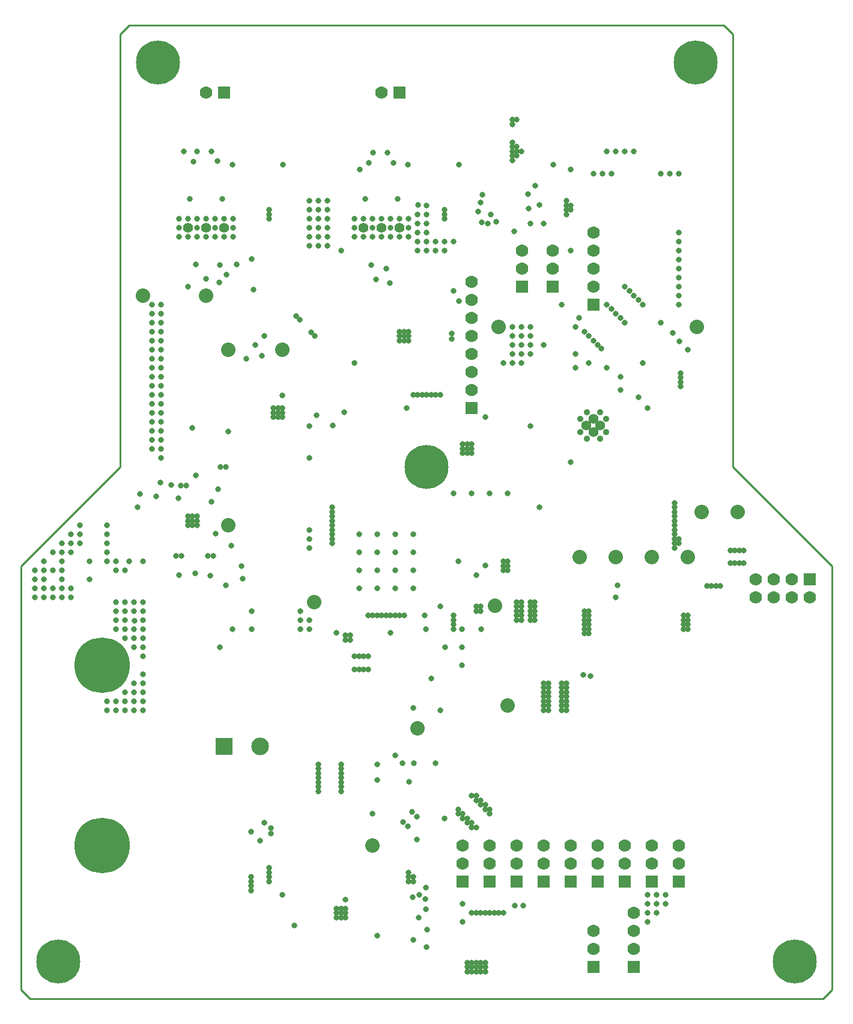
<source format=gbs>
G04*
G04 #@! TF.GenerationSoftware,Altium Limited,Altium Designer,20.0.7 (75)*
G04*
G04 Layer_Color=16711935*
%FSLAX25Y25*%
%MOIN*%
G70*
G01*
G75*
%ADD10C,0.01000*%
%ADD16C,0.00500*%
%ADD77C,0.07000*%
%ADD78R,0.07000X0.07000*%
%ADD79C,0.08000*%
%ADD80R,0.07000X0.07000*%
%ADD81C,0.09800*%
%ADD82R,0.09800X0.09800*%
%ADD83C,0.30800*%
%ADD84C,0.24422*%
%ADD85C,0.03162*%
%ADD86C,0.05524*%
%ADD87C,0.03556*%
D10*
X625000Y245000D02*
X625000Y10000D01*
X620000Y5000D02*
X625000Y10000D01*
X570000Y300000D02*
X625000Y245000D01*
X180000Y5000D02*
X620000D01*
X175000Y10000D02*
X180000Y5000D01*
X175000Y10000D02*
Y15000D01*
X175000D02*
X175000D01*
X175000D02*
Y245000D01*
X230000Y300000D01*
Y540000D02*
X235000Y545000D01*
X230000Y300000D02*
Y540000D01*
X570000Y300000D02*
Y540000D01*
X565000Y545000D02*
X570000Y540000D01*
X235000Y545000D02*
X565000D01*
D16*
X237252Y4791D02*
X277252D01*
D77*
X492500Y430000D02*
D03*
Y420000D02*
D03*
Y410000D02*
D03*
Y400000D02*
D03*
X277500Y507500D02*
D03*
X582500Y237500D02*
D03*
Y227500D02*
D03*
X612500D02*
D03*
X602500D02*
D03*
Y237500D02*
D03*
X592500D02*
D03*
Y227500D02*
D03*
X492500Y42500D02*
D03*
Y32500D02*
D03*
X515000D02*
D03*
Y42500D02*
D03*
Y52500D02*
D03*
X470000Y420000D02*
D03*
Y410000D02*
D03*
X540000Y90000D02*
D03*
Y80000D02*
D03*
X453000Y420000D02*
D03*
Y410000D02*
D03*
X510000Y90000D02*
D03*
Y80000D02*
D03*
X525000Y90000D02*
D03*
Y80000D02*
D03*
X480000Y90000D02*
D03*
Y80000D02*
D03*
X495000Y90000D02*
D03*
Y80000D02*
D03*
X450000Y90000D02*
D03*
Y80000D02*
D03*
X465000Y90000D02*
D03*
Y80000D02*
D03*
X425000Y342500D02*
D03*
Y352500D02*
D03*
Y362500D02*
D03*
Y372500D02*
D03*
Y382500D02*
D03*
Y392500D02*
D03*
Y402500D02*
D03*
X420000Y90000D02*
D03*
Y80000D02*
D03*
X435000Y90000D02*
D03*
Y80000D02*
D03*
X375000Y507500D02*
D03*
D78*
X492500Y390000D02*
D03*
Y22500D02*
D03*
X515000D02*
D03*
X470000Y400000D02*
D03*
X540000Y70000D02*
D03*
X453000Y400000D02*
D03*
X510000Y70000D02*
D03*
X525000D02*
D03*
X480000D02*
D03*
X495000D02*
D03*
X450000D02*
D03*
X465000D02*
D03*
X425000Y332500D02*
D03*
X420000Y70000D02*
D03*
X435000D02*
D03*
D79*
X320000Y365000D02*
D03*
X370000Y90000D02*
D03*
X290000Y365000D02*
D03*
X550000Y377500D02*
D03*
X440000D02*
D03*
X242500Y395000D02*
D03*
X290000Y267500D02*
D03*
X445000Y167500D02*
D03*
X438000Y223000D02*
D03*
X277500Y395000D02*
D03*
X395000Y155000D02*
D03*
X337500Y225000D02*
D03*
X572500Y275000D02*
D03*
X552500D02*
D03*
X505000Y250000D02*
D03*
X485000D02*
D03*
X545000D02*
D03*
X525000D02*
D03*
D80*
X287500Y507500D02*
D03*
X612500Y237500D02*
D03*
X385000Y507500D02*
D03*
D81*
X307500Y145000D02*
D03*
D82*
X287500D02*
D03*
D83*
X220000Y190000D02*
D03*
Y90000D02*
D03*
D84*
X250775Y524350D02*
D03*
X549225D02*
D03*
X400000Y300000D02*
D03*
X195700Y25700D02*
D03*
X604300D02*
D03*
D85*
X563000Y234000D02*
D03*
X560500D02*
D03*
X558000D02*
D03*
X555500D02*
D03*
X384000Y448800D02*
D03*
X366000D02*
D03*
X457500Y322500D02*
D03*
X484531Y382615D02*
D03*
X482500Y377500D02*
D03*
X465000Y367500D02*
D03*
X490000Y357500D02*
D03*
X500000Y354957D02*
D03*
X482500Y355000D02*
D03*
X491000Y184000D02*
D03*
X487000Y184500D02*
D03*
X282896Y262810D02*
D03*
X250000Y283500D02*
D03*
X576000Y253500D02*
D03*
X573500D02*
D03*
X571000D02*
D03*
X568500D02*
D03*
X576000Y246500D02*
D03*
X573500D02*
D03*
X571000D02*
D03*
X568500D02*
D03*
X537500Y255000D02*
D03*
X540000Y260000D02*
D03*
X537500Y257500D02*
D03*
X540000D02*
D03*
X537500Y260000D02*
D03*
Y262500D02*
D03*
Y265000D02*
D03*
Y267500D02*
D03*
Y280000D02*
D03*
Y277500D02*
D03*
Y272500D02*
D03*
X490000Y207500D02*
D03*
X487500D02*
D03*
X542500Y210000D02*
D03*
Y212500D02*
D03*
Y215000D02*
D03*
Y217500D02*
D03*
X545000Y210000D02*
D03*
Y212500D02*
D03*
Y217500D02*
D03*
Y215000D02*
D03*
X537500Y275000D02*
D03*
Y270000D02*
D03*
X541000Y344500D02*
D03*
Y347000D02*
D03*
Y349500D02*
D03*
X313500Y96500D02*
D03*
Y99500D02*
D03*
X355000Y50000D02*
D03*
X352500D02*
D03*
X350000D02*
D03*
X315000Y327500D02*
D03*
Y330000D02*
D03*
Y332500D02*
D03*
X447500Y372500D02*
D03*
Y377500D02*
D03*
X452500D02*
D03*
X442500Y357500D02*
D03*
X303800Y398400D02*
D03*
X410000Y440000D02*
D03*
Y437500D02*
D03*
Y442500D02*
D03*
X312500Y440000D02*
D03*
Y437500D02*
D03*
Y442500D02*
D03*
X283730Y469565D02*
D03*
X329500Y381500D02*
D03*
X338000Y372500D02*
D03*
X327500Y383500D02*
D03*
X336000Y374500D02*
D03*
X431000Y451000D02*
D03*
X430000Y446500D02*
D03*
X428500Y441500D02*
D03*
X430500Y435500D02*
D03*
X435500Y440000D02*
D03*
X434000Y435000D02*
D03*
X438500Y436000D02*
D03*
X381500Y468500D02*
D03*
X492500Y462500D02*
D03*
X497500D02*
D03*
X502500D02*
D03*
X530000D02*
D03*
X535000D02*
D03*
X540000D02*
D03*
X367800Y468500D02*
D03*
X419685Y210000D02*
D03*
Y200000D02*
D03*
X410315D02*
D03*
X399685Y210000D02*
D03*
X405000Y135500D02*
D03*
X386500D02*
D03*
X393000D02*
D03*
X392000Y108500D02*
D03*
X202500Y232500D02*
D03*
Y227500D02*
D03*
X197500D02*
D03*
X192500D02*
D03*
X187500D02*
D03*
X182500D02*
D03*
Y232500D02*
D03*
X187500D02*
D03*
X192500D02*
D03*
X197500D02*
D03*
X212815Y237500D02*
D03*
Y247500D02*
D03*
X477500Y447500D02*
D03*
Y440000D02*
D03*
X480000Y444961D02*
D03*
X477500Y445000D02*
D03*
X480000Y442500D02*
D03*
X477500D02*
D03*
X447500Y470000D02*
D03*
X450000Y472500D02*
D03*
X447500D02*
D03*
Y480000D02*
D03*
Y477500D02*
D03*
X450000D02*
D03*
X452500Y475000D02*
D03*
X447500D02*
D03*
Y490000D02*
D03*
Y492500D02*
D03*
X450000D02*
D03*
X335000Y265000D02*
D03*
Y260000D02*
D03*
Y255000D02*
D03*
X395900Y62700D02*
D03*
X390000Y75000D02*
D03*
X392500Y72500D02*
D03*
X390000D02*
D03*
Y70000D02*
D03*
X302500Y72500D02*
D03*
Y70000D02*
D03*
Y67500D02*
D03*
X312500Y77500D02*
D03*
Y70000D02*
D03*
Y75000D02*
D03*
X350000Y52500D02*
D03*
X352500D02*
D03*
X355000D02*
D03*
Y55000D02*
D03*
X352500D02*
D03*
X540000Y390000D02*
D03*
Y395000D02*
D03*
Y400000D02*
D03*
Y405000D02*
D03*
Y410000D02*
D03*
Y415000D02*
D03*
Y420000D02*
D03*
Y425000D02*
D03*
Y430000D02*
D03*
X442500Y242500D02*
D03*
Y245000D02*
D03*
Y247500D02*
D03*
X445000D02*
D03*
Y242500D02*
D03*
X317500Y327500D02*
D03*
Y330000D02*
D03*
Y332500D02*
D03*
X320000D02*
D03*
Y330000D02*
D03*
Y327500D02*
D03*
X357500Y204000D02*
D03*
X355000D02*
D03*
X357500Y206500D02*
D03*
X355000D02*
D03*
X367500Y195000D02*
D03*
X365000D02*
D03*
X362500D02*
D03*
X360000D02*
D03*
X367500Y187500D02*
D03*
X365000D02*
D03*
X362500D02*
D03*
X360000D02*
D03*
X415000Y210000D02*
D03*
Y212500D02*
D03*
Y215000D02*
D03*
Y217500D02*
D03*
X430000Y222500D02*
D03*
Y220000D02*
D03*
X427500D02*
D03*
X390000Y372500D02*
D03*
X387500Y370000D02*
D03*
X385000Y372500D02*
D03*
X387500Y375000D02*
D03*
Y372500D02*
D03*
X385000Y375000D02*
D03*
Y370000D02*
D03*
X390000D02*
D03*
Y375000D02*
D03*
X385000Y217500D02*
D03*
X387500D02*
D03*
X382500D02*
D03*
X380000D02*
D03*
X377500D02*
D03*
X375000D02*
D03*
X372500D02*
D03*
X370000D02*
D03*
X367500D02*
D03*
X414000Y374000D02*
D03*
Y371000D02*
D03*
X432500Y327500D02*
D03*
X387000Y103000D02*
D03*
X394500Y106000D02*
D03*
X389500Y100500D02*
D03*
X288500Y300000D02*
D03*
X285500D02*
D03*
X449000Y56500D02*
D03*
X266500Y289500D02*
D03*
X263500D02*
D03*
X281500Y250500D02*
D03*
X278500D02*
D03*
X261000D02*
D03*
X264000D02*
D03*
X320000Y339685D02*
D03*
X390315Y125374D02*
D03*
X448500Y430500D02*
D03*
X402500Y182500D02*
D03*
X419685Y190000D02*
D03*
X430315Y210000D02*
D03*
X388750Y332500D02*
D03*
X335000Y305000D02*
D03*
X265315Y475000D02*
D03*
X292185Y467500D02*
D03*
X320315D02*
D03*
X362815Y465000D02*
D03*
X389685Y467500D02*
D03*
X417815D02*
D03*
X470315D02*
D03*
X445000Y285315D02*
D03*
X435000D02*
D03*
X425000D02*
D03*
X415000D02*
D03*
X270055Y321664D02*
D03*
X290000Y319685D02*
D03*
X285315Y200000D02*
D03*
X262500Y240000D02*
D03*
X280000Y239500D02*
D03*
X288595Y234399D02*
D03*
X271578Y240922D02*
D03*
X380000Y207874D02*
D03*
X292185Y210000D02*
D03*
X302815D02*
D03*
Y220000D02*
D03*
X350000Y207874D02*
D03*
X460000Y215000D02*
D03*
Y217500D02*
D03*
Y220000D02*
D03*
Y222500D02*
D03*
Y225000D02*
D03*
X450000Y215000D02*
D03*
Y217500D02*
D03*
Y220000D02*
D03*
Y222500D02*
D03*
Y225000D02*
D03*
X465000Y165000D02*
D03*
Y167500D02*
D03*
Y170000D02*
D03*
Y172500D02*
D03*
Y175000D02*
D03*
Y177500D02*
D03*
Y180000D02*
D03*
X475000Y165000D02*
D03*
Y167500D02*
D03*
Y170000D02*
D03*
Y172500D02*
D03*
Y175000D02*
D03*
Y177500D02*
D03*
Y180000D02*
D03*
X422500Y20000D02*
D03*
X425000D02*
D03*
X427500D02*
D03*
X430000D02*
D03*
X432500D02*
D03*
X197500Y237500D02*
D03*
Y242500D02*
D03*
Y247500D02*
D03*
X202500Y252500D02*
D03*
X425000Y310000D02*
D03*
X422500D02*
D03*
X420000D02*
D03*
X422500Y312500D02*
D03*
Y307500D02*
D03*
X395110Y445153D02*
D03*
X395000Y440000D02*
D03*
Y420000D02*
D03*
X405000Y340000D02*
D03*
X400000D02*
D03*
X395000D02*
D03*
X347500Y277500D02*
D03*
Y272500D02*
D03*
Y275000D02*
D03*
Y270000D02*
D03*
Y265000D02*
D03*
Y260000D02*
D03*
X352500Y135000D02*
D03*
Y132500D02*
D03*
Y130000D02*
D03*
Y127500D02*
D03*
Y125000D02*
D03*
Y120000D02*
D03*
Y122500D02*
D03*
X340000Y120000D02*
D03*
Y122500D02*
D03*
Y125000D02*
D03*
Y127500D02*
D03*
Y130000D02*
D03*
Y132500D02*
D03*
Y135000D02*
D03*
X427500Y52500D02*
D03*
X432500D02*
D03*
X437500D02*
D03*
X442500D02*
D03*
X425000Y25000D02*
D03*
Y22500D02*
D03*
X430000D02*
D03*
Y25000D02*
D03*
X432500Y22500D02*
D03*
X427500D02*
D03*
X422500D02*
D03*
X435000Y110000D02*
D03*
X432500Y112500D02*
D03*
X430000Y115000D02*
D03*
X427500Y117500D02*
D03*
X435000Y107500D02*
D03*
X425000Y117500D02*
D03*
X430000Y112500D02*
D03*
X425000Y100000D02*
D03*
X422500Y102500D02*
D03*
X420000Y105000D02*
D03*
X417500Y107500D02*
D03*
X420000D02*
D03*
X425000Y102500D02*
D03*
X487500Y217500D02*
D03*
Y212500D02*
D03*
X490000D02*
D03*
Y217500D02*
D03*
X452500Y222500D02*
D03*
Y217500D02*
D03*
X457500D02*
D03*
Y222500D02*
D03*
X477500Y167500D02*
D03*
Y172500D02*
D03*
Y177500D02*
D03*
X467500D02*
D03*
Y172500D02*
D03*
Y167500D02*
D03*
X490000Y372500D02*
D03*
X495000Y367500D02*
D03*
X517500Y392500D02*
D03*
X512500Y397500D02*
D03*
X502500Y387500D02*
D03*
X507500Y382500D02*
D03*
X450000Y475000D02*
D03*
X394476Y93438D02*
D03*
X312500Y72500D02*
D03*
X302500Y65000D02*
D03*
X232500Y242500D02*
D03*
X258074Y289820D02*
D03*
X272018Y295175D02*
D03*
X252074Y291292D02*
D03*
X262181Y282610D02*
D03*
X242500Y225000D02*
D03*
X237500D02*
D03*
X232500D02*
D03*
X270500Y469465D02*
D03*
X334922Y209994D02*
D03*
X352500Y420000D02*
D03*
X292500Y427500D02*
D03*
X271831Y412140D02*
D03*
X303031Y415167D02*
D03*
X267500Y400000D02*
D03*
X310000Y372500D02*
D03*
X282500Y432500D02*
D03*
X292500D02*
D03*
X272500D02*
D03*
X262500D02*
D03*
Y437500D02*
D03*
X267500D02*
D03*
X272500D02*
D03*
X277500D02*
D03*
X282500D02*
D03*
X287500D02*
D03*
X292500D02*
D03*
X287500Y427500D02*
D03*
X282500D02*
D03*
X277500D02*
D03*
X272500D02*
D03*
X267500D02*
D03*
X262500D02*
D03*
X380000Y437500D02*
D03*
X375000D02*
D03*
X370000D02*
D03*
X365000D02*
D03*
X360000D02*
D03*
Y432500D02*
D03*
X370000D02*
D03*
X360000Y427500D02*
D03*
X365000D02*
D03*
X370000D02*
D03*
X247500Y330000D02*
D03*
X297828Y237828D02*
D03*
X272500Y270000D02*
D03*
X270000Y267500D02*
D03*
X267500Y272500D02*
D03*
Y267500D02*
D03*
X270000Y272500D02*
D03*
X272500D02*
D03*
X270000Y270000D02*
D03*
X267500D02*
D03*
X320000Y62500D02*
D03*
X241012Y284953D02*
D03*
X235000Y247500D02*
D03*
X291490Y256417D02*
D03*
X297375Y244875D02*
D03*
X284168Y287675D02*
D03*
X280500Y280500D02*
D03*
X326688Y45771D02*
D03*
X302500Y97500D02*
D03*
X310000Y102500D02*
D03*
X307500Y92500D02*
D03*
X420000Y57500D02*
D03*
X410000Y105000D02*
D03*
X370000Y107500D02*
D03*
X372500Y40000D02*
D03*
X392500Y70000D02*
D03*
X392140Y61377D02*
D03*
X395581Y50090D02*
D03*
X399410Y66508D02*
D03*
X399089Y60468D02*
D03*
X453422Y56578D02*
D03*
X350000Y55000D02*
D03*
X252500Y330000D02*
D03*
X247500Y325000D02*
D03*
X252500D02*
D03*
X247500Y320000D02*
D03*
X252500D02*
D03*
X247500Y315000D02*
D03*
X252500D02*
D03*
X247500Y335000D02*
D03*
X252500D02*
D03*
X247500Y340000D02*
D03*
X252500D02*
D03*
X247500Y310000D02*
D03*
X252500D02*
D03*
Y305000D02*
D03*
X227500Y225000D02*
D03*
Y220000D02*
D03*
X232500D02*
D03*
X237500D02*
D03*
X222500Y257500D02*
D03*
Y267500D02*
D03*
Y262500D02*
D03*
X207500Y267500D02*
D03*
Y262500D02*
D03*
X202500D02*
D03*
X207500Y257500D02*
D03*
X202500D02*
D03*
X197500D02*
D03*
X192500Y252500D02*
D03*
X197500D02*
D03*
X227500Y215000D02*
D03*
X232500D02*
D03*
X237749Y214730D02*
D03*
X227500Y210000D02*
D03*
X232500D02*
D03*
X237500D02*
D03*
X232500Y205000D02*
D03*
X237500D02*
D03*
Y200000D02*
D03*
X242500Y220000D02*
D03*
Y215000D02*
D03*
Y210000D02*
D03*
Y205000D02*
D03*
Y200000D02*
D03*
Y195000D02*
D03*
X247500Y345000D02*
D03*
X252500D02*
D03*
Y350000D02*
D03*
X247500D02*
D03*
Y355000D02*
D03*
X252500D02*
D03*
Y360000D02*
D03*
X247500D02*
D03*
Y365000D02*
D03*
X252500D02*
D03*
Y370000D02*
D03*
X247500D02*
D03*
Y375000D02*
D03*
X252500D02*
D03*
Y380000D02*
D03*
X247500D02*
D03*
Y385000D02*
D03*
X252500D02*
D03*
Y390000D02*
D03*
X247500D02*
D03*
X222500Y252500D02*
D03*
Y247500D02*
D03*
X227500D02*
D03*
X242500Y185000D02*
D03*
X237500Y180000D02*
D03*
X242500D02*
D03*
Y175000D02*
D03*
X237500D02*
D03*
X232500D02*
D03*
X227500Y170000D02*
D03*
X232500D02*
D03*
X237500D02*
D03*
X242500D02*
D03*
Y165000D02*
D03*
X237500D02*
D03*
X232500D02*
D03*
X227500D02*
D03*
X222500Y170000D02*
D03*
Y165000D02*
D03*
X227500Y242500D02*
D03*
X239685Y277500D02*
D03*
X422500Y25000D02*
D03*
X427500D02*
D03*
X432500D02*
D03*
Y110000D02*
D03*
X427500Y115000D02*
D03*
X400180Y43375D02*
D03*
X392500Y37500D02*
D03*
X399659Y54495D02*
D03*
X420000Y47500D02*
D03*
X527500Y57500D02*
D03*
X532500D02*
D03*
X527500Y52500D02*
D03*
X522500D02*
D03*
Y57500D02*
D03*
Y47500D02*
D03*
X272500Y267500D02*
D03*
X362500Y262500D02*
D03*
X372500D02*
D03*
X382500D02*
D03*
X392500D02*
D03*
X362500Y252500D02*
D03*
X372500D02*
D03*
X382500D02*
D03*
X392500D02*
D03*
X362500Y242500D02*
D03*
X382500D02*
D03*
X392500D02*
D03*
X372500Y232500D02*
D03*
X490000Y220000D02*
D03*
X457500D02*
D03*
Y225000D02*
D03*
X452500Y220000D02*
D03*
Y215000D02*
D03*
X427500Y240000D02*
D03*
X432500Y245315D02*
D03*
X417500Y247500D02*
D03*
X507500Y342500D02*
D03*
X372500Y135000D02*
D03*
Y126470D02*
D03*
X487500Y215000D02*
D03*
Y220000D02*
D03*
Y210000D02*
D03*
X522500Y332500D02*
D03*
X517500Y338500D02*
D03*
X507500Y350000D02*
D03*
X487500Y375000D02*
D03*
X492500Y370000D02*
D03*
X500000Y390000D02*
D03*
X382500Y140000D02*
D03*
X392500Y166400D02*
D03*
X457500Y215000D02*
D03*
X355000Y60000D02*
D03*
X425000Y52500D02*
D03*
X430000D02*
D03*
X435000D02*
D03*
X440000D02*
D03*
X417500Y110000D02*
D03*
X422500Y105000D02*
D03*
X427500Y100000D02*
D03*
X400000Y33600D02*
D03*
X187500Y247500D02*
D03*
X182500Y242500D02*
D03*
X187500D02*
D03*
X192500D02*
D03*
X187500Y237500D02*
D03*
X182500D02*
D03*
X467500Y180000D02*
D03*
Y175000D02*
D03*
Y170000D02*
D03*
Y165000D02*
D03*
X407500D02*
D03*
X462500Y277500D02*
D03*
X362500Y232500D02*
D03*
X372500Y242500D02*
D03*
X382500Y232500D02*
D03*
X477500Y175000D02*
D03*
Y170000D02*
D03*
Y180000D02*
D03*
Y165000D02*
D03*
X452500Y225000D02*
D03*
X490000Y210000D02*
D03*
Y215000D02*
D03*
X505735Y234443D02*
D03*
X505000Y227500D02*
D03*
X392500Y232500D02*
D03*
X427500Y222500D02*
D03*
X452500Y362500D02*
D03*
Y357500D02*
D03*
Y367500D02*
D03*
X457500Y362500D02*
D03*
X447500Y357500D02*
D03*
Y362500D02*
D03*
Y367500D02*
D03*
X505000Y385000D02*
D03*
X510000Y380000D02*
D03*
X515000Y395000D02*
D03*
X480000Y465000D02*
D03*
X475000Y390000D02*
D03*
X480000Y420000D02*
D03*
X335000Y322500D02*
D03*
X242500Y247500D02*
D03*
X390000Y427500D02*
D03*
X385000D02*
D03*
X390000Y432500D02*
D03*
X380000Y427500D02*
D03*
X390000Y437500D02*
D03*
X385000D02*
D03*
X380000Y432500D02*
D03*
X375000Y427500D02*
D03*
X277705Y404191D02*
D03*
X369385Y412131D02*
D03*
X371920Y403811D02*
D03*
X377500Y410000D02*
D03*
X510000Y400000D02*
D03*
X445000Y245000D02*
D03*
X510000Y475000D02*
D03*
X505000D02*
D03*
X500000D02*
D03*
X522500Y62500D02*
D03*
X527500D02*
D03*
X532500D02*
D03*
X457500Y367500D02*
D03*
X452500Y372500D02*
D03*
X457500D02*
D03*
Y377500D02*
D03*
X482500Y362500D02*
D03*
X541000Y352000D02*
D03*
X520000Y357500D02*
D03*
Y390000D02*
D03*
X515000Y475000D02*
D03*
X480000Y302500D02*
D03*
X407500Y222500D02*
D03*
X398750Y217500D02*
D03*
X545000Y365000D02*
D03*
X496993Y365507D02*
D03*
X462547Y445161D02*
D03*
X465000Y435000D02*
D03*
X456547Y443181D02*
D03*
X457500Y435000D02*
D03*
X456303Y451181D02*
D03*
X540265Y369671D02*
D03*
X530000Y380000D02*
D03*
X536500Y374343D02*
D03*
X460303Y455822D02*
D03*
X415000Y397500D02*
D03*
X417943Y391958D02*
D03*
X284776Y402276D02*
D03*
X289019Y406519D02*
D03*
X294675Y412176D02*
D03*
X285339Y411833D02*
D03*
X379608Y402107D02*
D03*
X272500Y475000D02*
D03*
X280500D02*
D03*
X286488Y448546D02*
D03*
X378169Y474331D02*
D03*
X370320Y474364D02*
D03*
X360000Y357500D02*
D03*
X340000Y442500D02*
D03*
Y437500D02*
D03*
Y432500D02*
D03*
Y427500D02*
D03*
Y422500D02*
D03*
X335000D02*
D03*
Y427500D02*
D03*
Y432500D02*
D03*
Y437500D02*
D03*
Y442500D02*
D03*
X345000D02*
D03*
Y437500D02*
D03*
Y432500D02*
D03*
Y427500D02*
D03*
Y422500D02*
D03*
X335000Y447500D02*
D03*
X340000D02*
D03*
X345000D02*
D03*
X415000Y425000D02*
D03*
X410000Y420000D02*
D03*
Y425000D02*
D03*
X405000Y420000D02*
D03*
Y425000D02*
D03*
X400000D02*
D03*
Y420000D02*
D03*
Y430000D02*
D03*
Y435000D02*
D03*
Y440000D02*
D03*
Y445000D02*
D03*
X395000Y435000D02*
D03*
Y430000D02*
D03*
Y425000D02*
D03*
X268500Y448500D02*
D03*
X338906Y328673D02*
D03*
X354176Y330391D02*
D03*
X348006Y323048D02*
D03*
X305000Y367500D02*
D03*
X300000Y360000D02*
D03*
X308459Y361591D02*
D03*
X392500Y340000D02*
D03*
X397500D02*
D03*
X402500D02*
D03*
X407500D02*
D03*
X425000Y307500D02*
D03*
X419922Y307493D02*
D03*
Y312493D02*
D03*
X424922D02*
D03*
X347500Y257500D02*
D03*
X347422Y262493D02*
D03*
Y267494D02*
D03*
X329922Y219993D02*
D03*
Y214994D02*
D03*
X334922D02*
D03*
X329922Y209994D02*
D03*
D86*
X277500Y432500D02*
D03*
X287500D02*
D03*
X375000D02*
D03*
X365000D02*
D03*
X492500Y319400D02*
D03*
X488700Y323000D02*
D03*
X496100D02*
D03*
X492500Y326600D02*
D03*
X267500Y432500D02*
D03*
X385000D02*
D03*
D87*
X499700Y326600D02*
D03*
X496100Y330200D02*
D03*
X499700Y319400D02*
D03*
X496100Y315800D02*
D03*
X485200Y326700D02*
D03*
X485300Y319300D02*
D03*
X488900Y315800D02*
D03*
X488800Y330200D02*
D03*
M02*

</source>
